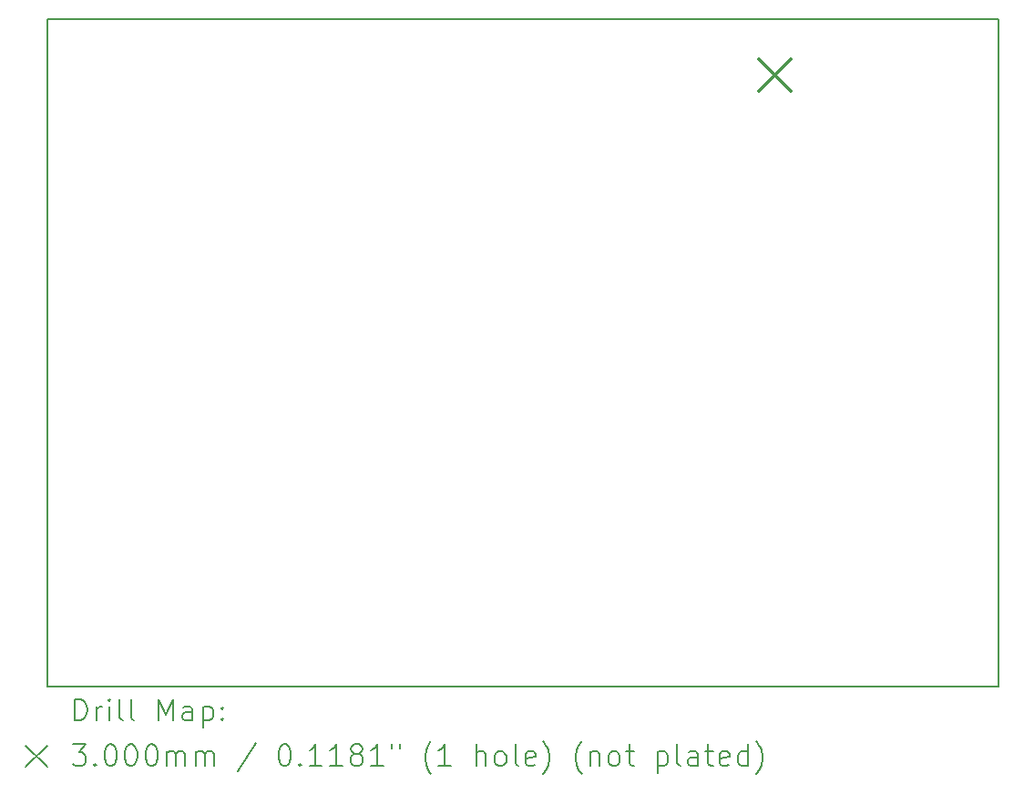
<source format=gbr>
%FSLAX45Y45*%
G04 Gerber Fmt 4.5, Leading zero omitted, Abs format (unit mm)*
G04 Created by KiCad (PCBNEW (6.0.6)) date 2023-04-23 18:48:30*
%MOMM*%
%LPD*%
G01*
G04 APERTURE LIST*
%TA.AperFunction,Profile*%
%ADD10C,0.150000*%
%TD*%
%ADD11C,0.200000*%
%ADD12C,0.300000*%
G04 APERTURE END LIST*
D10*
X9448800Y-5800000D02*
X18288000Y-5800000D01*
X18288000Y-12000000D02*
X18288000Y-5800000D01*
X9448800Y-12001000D02*
X18288000Y-12000000D01*
X9448800Y-5800000D02*
X9448800Y-12001000D01*
D11*
D12*
X16055200Y-6165000D02*
X16355200Y-6465000D01*
X16355200Y-6165000D02*
X16055200Y-6465000D01*
D11*
X9698919Y-12318976D02*
X9698919Y-12118976D01*
X9746538Y-12118976D01*
X9775110Y-12128500D01*
X9794157Y-12147548D01*
X9803681Y-12166595D01*
X9813205Y-12204690D01*
X9813205Y-12233262D01*
X9803681Y-12271357D01*
X9794157Y-12290405D01*
X9775110Y-12309452D01*
X9746538Y-12318976D01*
X9698919Y-12318976D01*
X9898919Y-12318976D02*
X9898919Y-12185643D01*
X9898919Y-12223738D02*
X9908443Y-12204690D01*
X9917967Y-12195167D01*
X9937014Y-12185643D01*
X9956062Y-12185643D01*
X10022729Y-12318976D02*
X10022729Y-12185643D01*
X10022729Y-12118976D02*
X10013205Y-12128500D01*
X10022729Y-12138024D01*
X10032252Y-12128500D01*
X10022729Y-12118976D01*
X10022729Y-12138024D01*
X10146538Y-12318976D02*
X10127490Y-12309452D01*
X10117967Y-12290405D01*
X10117967Y-12118976D01*
X10251300Y-12318976D02*
X10232252Y-12309452D01*
X10222729Y-12290405D01*
X10222729Y-12118976D01*
X10479871Y-12318976D02*
X10479871Y-12118976D01*
X10546538Y-12261833D01*
X10613205Y-12118976D01*
X10613205Y-12318976D01*
X10794157Y-12318976D02*
X10794157Y-12214214D01*
X10784633Y-12195167D01*
X10765586Y-12185643D01*
X10727490Y-12185643D01*
X10708443Y-12195167D01*
X10794157Y-12309452D02*
X10775110Y-12318976D01*
X10727490Y-12318976D01*
X10708443Y-12309452D01*
X10698919Y-12290405D01*
X10698919Y-12271357D01*
X10708443Y-12252309D01*
X10727490Y-12242786D01*
X10775110Y-12242786D01*
X10794157Y-12233262D01*
X10889395Y-12185643D02*
X10889395Y-12385643D01*
X10889395Y-12195167D02*
X10908443Y-12185643D01*
X10946538Y-12185643D01*
X10965586Y-12195167D01*
X10975110Y-12204690D01*
X10984633Y-12223738D01*
X10984633Y-12280881D01*
X10975110Y-12299928D01*
X10965586Y-12309452D01*
X10946538Y-12318976D01*
X10908443Y-12318976D01*
X10889395Y-12309452D01*
X11070348Y-12299928D02*
X11079871Y-12309452D01*
X11070348Y-12318976D01*
X11060824Y-12309452D01*
X11070348Y-12299928D01*
X11070348Y-12318976D01*
X11070348Y-12195167D02*
X11079871Y-12204690D01*
X11070348Y-12214214D01*
X11060824Y-12204690D01*
X11070348Y-12195167D01*
X11070348Y-12214214D01*
X9241300Y-12548500D02*
X9441300Y-12748500D01*
X9441300Y-12548500D02*
X9241300Y-12748500D01*
X9679871Y-12538976D02*
X9803681Y-12538976D01*
X9737014Y-12615167D01*
X9765586Y-12615167D01*
X9784633Y-12624690D01*
X9794157Y-12634214D01*
X9803681Y-12653262D01*
X9803681Y-12700881D01*
X9794157Y-12719928D01*
X9784633Y-12729452D01*
X9765586Y-12738976D01*
X9708443Y-12738976D01*
X9689395Y-12729452D01*
X9679871Y-12719928D01*
X9889395Y-12719928D02*
X9898919Y-12729452D01*
X9889395Y-12738976D01*
X9879871Y-12729452D01*
X9889395Y-12719928D01*
X9889395Y-12738976D01*
X10022729Y-12538976D02*
X10041776Y-12538976D01*
X10060824Y-12548500D01*
X10070348Y-12558024D01*
X10079871Y-12577071D01*
X10089395Y-12615167D01*
X10089395Y-12662786D01*
X10079871Y-12700881D01*
X10070348Y-12719928D01*
X10060824Y-12729452D01*
X10041776Y-12738976D01*
X10022729Y-12738976D01*
X10003681Y-12729452D01*
X9994157Y-12719928D01*
X9984633Y-12700881D01*
X9975110Y-12662786D01*
X9975110Y-12615167D01*
X9984633Y-12577071D01*
X9994157Y-12558024D01*
X10003681Y-12548500D01*
X10022729Y-12538976D01*
X10213205Y-12538976D02*
X10232252Y-12538976D01*
X10251300Y-12548500D01*
X10260824Y-12558024D01*
X10270348Y-12577071D01*
X10279871Y-12615167D01*
X10279871Y-12662786D01*
X10270348Y-12700881D01*
X10260824Y-12719928D01*
X10251300Y-12729452D01*
X10232252Y-12738976D01*
X10213205Y-12738976D01*
X10194157Y-12729452D01*
X10184633Y-12719928D01*
X10175110Y-12700881D01*
X10165586Y-12662786D01*
X10165586Y-12615167D01*
X10175110Y-12577071D01*
X10184633Y-12558024D01*
X10194157Y-12548500D01*
X10213205Y-12538976D01*
X10403681Y-12538976D02*
X10422729Y-12538976D01*
X10441776Y-12548500D01*
X10451300Y-12558024D01*
X10460824Y-12577071D01*
X10470348Y-12615167D01*
X10470348Y-12662786D01*
X10460824Y-12700881D01*
X10451300Y-12719928D01*
X10441776Y-12729452D01*
X10422729Y-12738976D01*
X10403681Y-12738976D01*
X10384633Y-12729452D01*
X10375110Y-12719928D01*
X10365586Y-12700881D01*
X10356062Y-12662786D01*
X10356062Y-12615167D01*
X10365586Y-12577071D01*
X10375110Y-12558024D01*
X10384633Y-12548500D01*
X10403681Y-12538976D01*
X10556062Y-12738976D02*
X10556062Y-12605643D01*
X10556062Y-12624690D02*
X10565586Y-12615167D01*
X10584633Y-12605643D01*
X10613205Y-12605643D01*
X10632252Y-12615167D01*
X10641776Y-12634214D01*
X10641776Y-12738976D01*
X10641776Y-12634214D02*
X10651300Y-12615167D01*
X10670348Y-12605643D01*
X10698919Y-12605643D01*
X10717967Y-12615167D01*
X10727490Y-12634214D01*
X10727490Y-12738976D01*
X10822729Y-12738976D02*
X10822729Y-12605643D01*
X10822729Y-12624690D02*
X10832252Y-12615167D01*
X10851300Y-12605643D01*
X10879871Y-12605643D01*
X10898919Y-12615167D01*
X10908443Y-12634214D01*
X10908443Y-12738976D01*
X10908443Y-12634214D02*
X10917967Y-12615167D01*
X10937014Y-12605643D01*
X10965586Y-12605643D01*
X10984633Y-12615167D01*
X10994157Y-12634214D01*
X10994157Y-12738976D01*
X11384633Y-12529452D02*
X11213205Y-12786595D01*
X11641776Y-12538976D02*
X11660824Y-12538976D01*
X11679871Y-12548500D01*
X11689395Y-12558024D01*
X11698919Y-12577071D01*
X11708443Y-12615167D01*
X11708443Y-12662786D01*
X11698919Y-12700881D01*
X11689395Y-12719928D01*
X11679871Y-12729452D01*
X11660824Y-12738976D01*
X11641776Y-12738976D01*
X11622728Y-12729452D01*
X11613205Y-12719928D01*
X11603681Y-12700881D01*
X11594157Y-12662786D01*
X11594157Y-12615167D01*
X11603681Y-12577071D01*
X11613205Y-12558024D01*
X11622728Y-12548500D01*
X11641776Y-12538976D01*
X11794157Y-12719928D02*
X11803681Y-12729452D01*
X11794157Y-12738976D01*
X11784633Y-12729452D01*
X11794157Y-12719928D01*
X11794157Y-12738976D01*
X11994157Y-12738976D02*
X11879871Y-12738976D01*
X11937014Y-12738976D02*
X11937014Y-12538976D01*
X11917967Y-12567548D01*
X11898919Y-12586595D01*
X11879871Y-12596119D01*
X12184633Y-12738976D02*
X12070348Y-12738976D01*
X12127490Y-12738976D02*
X12127490Y-12538976D01*
X12108443Y-12567548D01*
X12089395Y-12586595D01*
X12070348Y-12596119D01*
X12298919Y-12624690D02*
X12279871Y-12615167D01*
X12270348Y-12605643D01*
X12260824Y-12586595D01*
X12260824Y-12577071D01*
X12270348Y-12558024D01*
X12279871Y-12548500D01*
X12298919Y-12538976D01*
X12337014Y-12538976D01*
X12356062Y-12548500D01*
X12365586Y-12558024D01*
X12375109Y-12577071D01*
X12375109Y-12586595D01*
X12365586Y-12605643D01*
X12356062Y-12615167D01*
X12337014Y-12624690D01*
X12298919Y-12624690D01*
X12279871Y-12634214D01*
X12270348Y-12643738D01*
X12260824Y-12662786D01*
X12260824Y-12700881D01*
X12270348Y-12719928D01*
X12279871Y-12729452D01*
X12298919Y-12738976D01*
X12337014Y-12738976D01*
X12356062Y-12729452D01*
X12365586Y-12719928D01*
X12375109Y-12700881D01*
X12375109Y-12662786D01*
X12365586Y-12643738D01*
X12356062Y-12634214D01*
X12337014Y-12624690D01*
X12565586Y-12738976D02*
X12451300Y-12738976D01*
X12508443Y-12738976D02*
X12508443Y-12538976D01*
X12489395Y-12567548D01*
X12470348Y-12586595D01*
X12451300Y-12596119D01*
X12641776Y-12538976D02*
X12641776Y-12577071D01*
X12717967Y-12538976D02*
X12717967Y-12577071D01*
X13013205Y-12815167D02*
X13003681Y-12805643D01*
X12984633Y-12777071D01*
X12975109Y-12758024D01*
X12965586Y-12729452D01*
X12956062Y-12681833D01*
X12956062Y-12643738D01*
X12965586Y-12596119D01*
X12975109Y-12567548D01*
X12984633Y-12548500D01*
X13003681Y-12519928D01*
X13013205Y-12510405D01*
X13194157Y-12738976D02*
X13079871Y-12738976D01*
X13137014Y-12738976D02*
X13137014Y-12538976D01*
X13117967Y-12567548D01*
X13098919Y-12586595D01*
X13079871Y-12596119D01*
X13432252Y-12738976D02*
X13432252Y-12538976D01*
X13517967Y-12738976D02*
X13517967Y-12634214D01*
X13508443Y-12615167D01*
X13489395Y-12605643D01*
X13460824Y-12605643D01*
X13441776Y-12615167D01*
X13432252Y-12624690D01*
X13641776Y-12738976D02*
X13622728Y-12729452D01*
X13613205Y-12719928D01*
X13603681Y-12700881D01*
X13603681Y-12643738D01*
X13613205Y-12624690D01*
X13622728Y-12615167D01*
X13641776Y-12605643D01*
X13670348Y-12605643D01*
X13689395Y-12615167D01*
X13698919Y-12624690D01*
X13708443Y-12643738D01*
X13708443Y-12700881D01*
X13698919Y-12719928D01*
X13689395Y-12729452D01*
X13670348Y-12738976D01*
X13641776Y-12738976D01*
X13822728Y-12738976D02*
X13803681Y-12729452D01*
X13794157Y-12710405D01*
X13794157Y-12538976D01*
X13975109Y-12729452D02*
X13956062Y-12738976D01*
X13917967Y-12738976D01*
X13898919Y-12729452D01*
X13889395Y-12710405D01*
X13889395Y-12634214D01*
X13898919Y-12615167D01*
X13917967Y-12605643D01*
X13956062Y-12605643D01*
X13975109Y-12615167D01*
X13984633Y-12634214D01*
X13984633Y-12653262D01*
X13889395Y-12672309D01*
X14051300Y-12815167D02*
X14060824Y-12805643D01*
X14079871Y-12777071D01*
X14089395Y-12758024D01*
X14098919Y-12729452D01*
X14108443Y-12681833D01*
X14108443Y-12643738D01*
X14098919Y-12596119D01*
X14089395Y-12567548D01*
X14079871Y-12548500D01*
X14060824Y-12519928D01*
X14051300Y-12510405D01*
X14413205Y-12815167D02*
X14403681Y-12805643D01*
X14384633Y-12777071D01*
X14375109Y-12758024D01*
X14365586Y-12729452D01*
X14356062Y-12681833D01*
X14356062Y-12643738D01*
X14365586Y-12596119D01*
X14375109Y-12567548D01*
X14384633Y-12548500D01*
X14403681Y-12519928D01*
X14413205Y-12510405D01*
X14489395Y-12605643D02*
X14489395Y-12738976D01*
X14489395Y-12624690D02*
X14498919Y-12615167D01*
X14517967Y-12605643D01*
X14546538Y-12605643D01*
X14565586Y-12615167D01*
X14575109Y-12634214D01*
X14575109Y-12738976D01*
X14698919Y-12738976D02*
X14679871Y-12729452D01*
X14670348Y-12719928D01*
X14660824Y-12700881D01*
X14660824Y-12643738D01*
X14670348Y-12624690D01*
X14679871Y-12615167D01*
X14698919Y-12605643D01*
X14727490Y-12605643D01*
X14746538Y-12615167D01*
X14756062Y-12624690D01*
X14765586Y-12643738D01*
X14765586Y-12700881D01*
X14756062Y-12719928D01*
X14746538Y-12729452D01*
X14727490Y-12738976D01*
X14698919Y-12738976D01*
X14822728Y-12605643D02*
X14898919Y-12605643D01*
X14851300Y-12538976D02*
X14851300Y-12710405D01*
X14860824Y-12729452D01*
X14879871Y-12738976D01*
X14898919Y-12738976D01*
X15117967Y-12605643D02*
X15117967Y-12805643D01*
X15117967Y-12615167D02*
X15137014Y-12605643D01*
X15175109Y-12605643D01*
X15194157Y-12615167D01*
X15203681Y-12624690D01*
X15213205Y-12643738D01*
X15213205Y-12700881D01*
X15203681Y-12719928D01*
X15194157Y-12729452D01*
X15175109Y-12738976D01*
X15137014Y-12738976D01*
X15117967Y-12729452D01*
X15327490Y-12738976D02*
X15308443Y-12729452D01*
X15298919Y-12710405D01*
X15298919Y-12538976D01*
X15489395Y-12738976D02*
X15489395Y-12634214D01*
X15479871Y-12615167D01*
X15460824Y-12605643D01*
X15422728Y-12605643D01*
X15403681Y-12615167D01*
X15489395Y-12729452D02*
X15470348Y-12738976D01*
X15422728Y-12738976D01*
X15403681Y-12729452D01*
X15394157Y-12710405D01*
X15394157Y-12691357D01*
X15403681Y-12672309D01*
X15422728Y-12662786D01*
X15470348Y-12662786D01*
X15489395Y-12653262D01*
X15556062Y-12605643D02*
X15632252Y-12605643D01*
X15584633Y-12538976D02*
X15584633Y-12710405D01*
X15594157Y-12729452D01*
X15613205Y-12738976D01*
X15632252Y-12738976D01*
X15775109Y-12729452D02*
X15756062Y-12738976D01*
X15717967Y-12738976D01*
X15698919Y-12729452D01*
X15689395Y-12710405D01*
X15689395Y-12634214D01*
X15698919Y-12615167D01*
X15717967Y-12605643D01*
X15756062Y-12605643D01*
X15775109Y-12615167D01*
X15784633Y-12634214D01*
X15784633Y-12653262D01*
X15689395Y-12672309D01*
X15956062Y-12738976D02*
X15956062Y-12538976D01*
X15956062Y-12729452D02*
X15937014Y-12738976D01*
X15898919Y-12738976D01*
X15879871Y-12729452D01*
X15870348Y-12719928D01*
X15860824Y-12700881D01*
X15860824Y-12643738D01*
X15870348Y-12624690D01*
X15879871Y-12615167D01*
X15898919Y-12605643D01*
X15937014Y-12605643D01*
X15956062Y-12615167D01*
X16032252Y-12815167D02*
X16041776Y-12805643D01*
X16060824Y-12777071D01*
X16070348Y-12758024D01*
X16079871Y-12729452D01*
X16089395Y-12681833D01*
X16089395Y-12643738D01*
X16079871Y-12596119D01*
X16070348Y-12567548D01*
X16060824Y-12548500D01*
X16041776Y-12519928D01*
X16032252Y-12510405D01*
M02*

</source>
